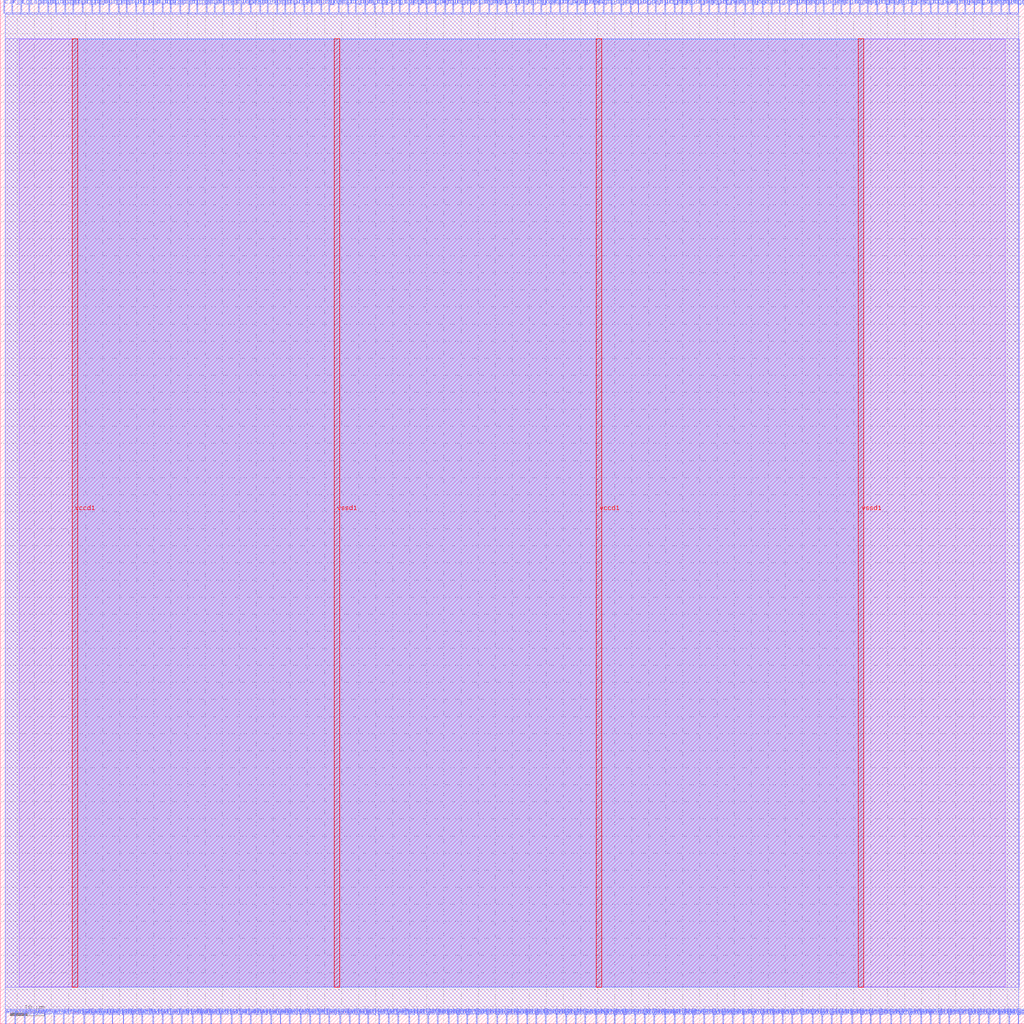
<source format=lef>
VERSION 5.7 ;
  NOWIREEXTENSIONATPIN ON ;
  DIVIDERCHAR "/" ;
  BUSBITCHARS "[]" ;
MACRO gpio
  CLASS BLOCK ;
  FOREIGN gpio ;
  ORIGIN 0.000 0.000 ;
  SIZE 300.000 BY 300.000 ;
  PIN clk_i
    DIRECTION INPUT ;
    USE SIGNAL ;
    PORT
      LAYER met2 ;
        RECT 1.010 296.000 1.290 300.000 ;
    END
  END clk_i
  PIN io_in[0]
    DIRECTION INPUT ;
    USE SIGNAL ;
    PORT
      LAYER met2 ;
        RECT 6.070 296.000 6.350 300.000 ;
    END
  END io_in[0]
  PIN io_in[10]
    DIRECTION INPUT ;
    USE SIGNAL ;
    PORT
      LAYER met2 ;
        RECT 83.350 296.000 83.630 300.000 ;
    END
  END io_in[10]
  PIN io_in[11]
    DIRECTION INPUT ;
    USE SIGNAL ;
    PORT
      LAYER met2 ;
        RECT 91.170 296.000 91.450 300.000 ;
    END
  END io_in[11]
  PIN io_in[12]
    DIRECTION INPUT ;
    USE SIGNAL ;
    PORT
      LAYER met2 ;
        RECT 98.990 296.000 99.270 300.000 ;
    END
  END io_in[12]
  PIN io_in[13]
    DIRECTION INPUT ;
    USE SIGNAL ;
    PORT
      LAYER met2 ;
        RECT 106.810 296.000 107.090 300.000 ;
    END
  END io_in[13]
  PIN io_in[14]
    DIRECTION INPUT ;
    USE SIGNAL ;
    PORT
      LAYER met2 ;
        RECT 114.630 296.000 114.910 300.000 ;
    END
  END io_in[14]
  PIN io_in[15]
    DIRECTION INPUT ;
    USE SIGNAL ;
    PORT
      LAYER met2 ;
        RECT 122.450 296.000 122.730 300.000 ;
    END
  END io_in[15]
  PIN io_in[16]
    DIRECTION INPUT ;
    USE SIGNAL ;
    PORT
      LAYER met2 ;
        RECT 130.270 296.000 130.550 300.000 ;
    END
  END io_in[16]
  PIN io_in[17]
    DIRECTION INPUT ;
    USE SIGNAL ;
    PORT
      LAYER met2 ;
        RECT 137.630 296.000 137.910 300.000 ;
    END
  END io_in[17]
  PIN io_in[18]
    DIRECTION INPUT ;
    USE SIGNAL ;
    PORT
      LAYER met2 ;
        RECT 145.450 296.000 145.730 300.000 ;
    END
  END io_in[18]
  PIN io_in[19]
    DIRECTION INPUT ;
    USE SIGNAL ;
    PORT
      LAYER met2 ;
        RECT 153.270 296.000 153.550 300.000 ;
    END
  END io_in[19]
  PIN io_in[1]
    DIRECTION INPUT ;
    USE SIGNAL ;
    PORT
      LAYER met2 ;
        RECT 13.890 296.000 14.170 300.000 ;
    END
  END io_in[1]
  PIN io_in[20]
    DIRECTION INPUT ;
    USE SIGNAL ;
    PORT
      LAYER met2 ;
        RECT 161.090 296.000 161.370 300.000 ;
    END
  END io_in[20]
  PIN io_in[21]
    DIRECTION INPUT ;
    USE SIGNAL ;
    PORT
      LAYER met2 ;
        RECT 168.910 296.000 169.190 300.000 ;
    END
  END io_in[21]
  PIN io_in[22]
    DIRECTION INPUT ;
    USE SIGNAL ;
    PORT
      LAYER met2 ;
        RECT 176.730 296.000 177.010 300.000 ;
    END
  END io_in[22]
  PIN io_in[23]
    DIRECTION INPUT ;
    USE SIGNAL ;
    PORT
      LAYER met2 ;
        RECT 184.550 296.000 184.830 300.000 ;
    END
  END io_in[23]
  PIN io_in[24]
    DIRECTION INPUT ;
    USE SIGNAL ;
    PORT
      LAYER met2 ;
        RECT 191.910 296.000 192.190 300.000 ;
    END
  END io_in[24]
  PIN io_in[25]
    DIRECTION INPUT ;
    USE SIGNAL ;
    PORT
      LAYER met2 ;
        RECT 199.730 296.000 200.010 300.000 ;
    END
  END io_in[25]
  PIN io_in[26]
    DIRECTION INPUT ;
    USE SIGNAL ;
    PORT
      LAYER met2 ;
        RECT 207.550 296.000 207.830 300.000 ;
    END
  END io_in[26]
  PIN io_in[27]
    DIRECTION INPUT ;
    USE SIGNAL ;
    PORT
      LAYER met2 ;
        RECT 215.370 296.000 215.650 300.000 ;
    END
  END io_in[27]
  PIN io_in[28]
    DIRECTION INPUT ;
    USE SIGNAL ;
    PORT
      LAYER met2 ;
        RECT 223.190 296.000 223.470 300.000 ;
    END
  END io_in[28]
  PIN io_in[29]
    DIRECTION INPUT ;
    USE SIGNAL ;
    PORT
      LAYER met2 ;
        RECT 231.010 296.000 231.290 300.000 ;
    END
  END io_in[29]
  PIN io_in[2]
    DIRECTION INPUT ;
    USE SIGNAL ;
    PORT
      LAYER met2 ;
        RECT 21.250 296.000 21.530 300.000 ;
    END
  END io_in[2]
  PIN io_in[30]
    DIRECTION INPUT ;
    USE SIGNAL ;
    PORT
      LAYER met2 ;
        RECT 238.830 296.000 239.110 300.000 ;
    END
  END io_in[30]
  PIN io_in[31]
    DIRECTION INPUT ;
    USE SIGNAL ;
    PORT
      LAYER met2 ;
        RECT 246.190 296.000 246.470 300.000 ;
    END
  END io_in[31]
  PIN io_in[32]
    DIRECTION INPUT ;
    USE SIGNAL ;
    PORT
      LAYER met2 ;
        RECT 254.010 296.000 254.290 300.000 ;
    END
  END io_in[32]
  PIN io_in[33]
    DIRECTION INPUT ;
    USE SIGNAL ;
    PORT
      LAYER met2 ;
        RECT 261.830 296.000 262.110 300.000 ;
    END
  END io_in[33]
  PIN io_in[34]
    DIRECTION INPUT ;
    USE SIGNAL ;
    PORT
      LAYER met2 ;
        RECT 269.650 296.000 269.930 300.000 ;
    END
  END io_in[34]
  PIN io_in[35]
    DIRECTION INPUT ;
    USE SIGNAL ;
    PORT
      LAYER met2 ;
        RECT 277.470 296.000 277.750 300.000 ;
    END
  END io_in[35]
  PIN io_in[36]
    DIRECTION INPUT ;
    USE SIGNAL ;
    PORT
      LAYER met2 ;
        RECT 285.290 296.000 285.570 300.000 ;
    END
  END io_in[36]
  PIN io_in[37]
    DIRECTION INPUT ;
    USE SIGNAL ;
    PORT
      LAYER met2 ;
        RECT 293.110 296.000 293.390 300.000 ;
    END
  END io_in[37]
  PIN io_in[3]
    DIRECTION INPUT ;
    USE SIGNAL ;
    PORT
      LAYER met2 ;
        RECT 29.070 296.000 29.350 300.000 ;
    END
  END io_in[3]
  PIN io_in[4]
    DIRECTION INPUT ;
    USE SIGNAL ;
    PORT
      LAYER met2 ;
        RECT 36.890 296.000 37.170 300.000 ;
    END
  END io_in[4]
  PIN io_in[5]
    DIRECTION INPUT ;
    USE SIGNAL ;
    PORT
      LAYER met2 ;
        RECT 44.710 296.000 44.990 300.000 ;
    END
  END io_in[5]
  PIN io_in[6]
    DIRECTION INPUT ;
    USE SIGNAL ;
    PORT
      LAYER met2 ;
        RECT 52.530 296.000 52.810 300.000 ;
    END
  END io_in[6]
  PIN io_in[7]
    DIRECTION INPUT ;
    USE SIGNAL ;
    PORT
      LAYER met2 ;
        RECT 60.350 296.000 60.630 300.000 ;
    END
  END io_in[7]
  PIN io_in[8]
    DIRECTION INPUT ;
    USE SIGNAL ;
    PORT
      LAYER met2 ;
        RECT 68.170 296.000 68.450 300.000 ;
    END
  END io_in[8]
  PIN io_in[9]
    DIRECTION INPUT ;
    USE SIGNAL ;
    PORT
      LAYER met2 ;
        RECT 75.990 296.000 76.270 300.000 ;
    END
  END io_in[9]
  PIN io_oeb[0]
    DIRECTION OUTPUT TRISTATE ;
    USE SIGNAL ;
    PORT
      LAYER met2 ;
        RECT 8.370 296.000 8.650 300.000 ;
    END
  END io_oeb[0]
  PIN io_oeb[10]
    DIRECTION OUTPUT TRISTATE ;
    USE SIGNAL ;
    PORT
      LAYER met2 ;
        RECT 86.110 296.000 86.390 300.000 ;
    END
  END io_oeb[10]
  PIN io_oeb[11]
    DIRECTION OUTPUT TRISTATE ;
    USE SIGNAL ;
    PORT
      LAYER met2 ;
        RECT 93.930 296.000 94.210 300.000 ;
    END
  END io_oeb[11]
  PIN io_oeb[12]
    DIRECTION OUTPUT TRISTATE ;
    USE SIGNAL ;
    PORT
      LAYER met2 ;
        RECT 101.750 296.000 102.030 300.000 ;
    END
  END io_oeb[12]
  PIN io_oeb[13]
    DIRECTION OUTPUT TRISTATE ;
    USE SIGNAL ;
    PORT
      LAYER met2 ;
        RECT 109.570 296.000 109.850 300.000 ;
    END
  END io_oeb[13]
  PIN io_oeb[14]
    DIRECTION OUTPUT TRISTATE ;
    USE SIGNAL ;
    PORT
      LAYER met2 ;
        RECT 116.930 296.000 117.210 300.000 ;
    END
  END io_oeb[14]
  PIN io_oeb[15]
    DIRECTION OUTPUT TRISTATE ;
    USE SIGNAL ;
    PORT
      LAYER met2 ;
        RECT 124.750 296.000 125.030 300.000 ;
    END
  END io_oeb[15]
  PIN io_oeb[16]
    DIRECTION OUTPUT TRISTATE ;
    USE SIGNAL ;
    PORT
      LAYER met2 ;
        RECT 132.570 296.000 132.850 300.000 ;
    END
  END io_oeb[16]
  PIN io_oeb[17]
    DIRECTION OUTPUT TRISTATE ;
    USE SIGNAL ;
    PORT
      LAYER met2 ;
        RECT 140.390 296.000 140.670 300.000 ;
    END
  END io_oeb[17]
  PIN io_oeb[18]
    DIRECTION OUTPUT TRISTATE ;
    USE SIGNAL ;
    PORT
      LAYER met2 ;
        RECT 148.210 296.000 148.490 300.000 ;
    END
  END io_oeb[18]
  PIN io_oeb[19]
    DIRECTION OUTPUT TRISTATE ;
    USE SIGNAL ;
    PORT
      LAYER met2 ;
        RECT 156.030 296.000 156.310 300.000 ;
    END
  END io_oeb[19]
  PIN io_oeb[1]
    DIRECTION OUTPUT TRISTATE ;
    USE SIGNAL ;
    PORT
      LAYER met2 ;
        RECT 16.190 296.000 16.470 300.000 ;
    END
  END io_oeb[1]
  PIN io_oeb[20]
    DIRECTION OUTPUT TRISTATE ;
    USE SIGNAL ;
    PORT
      LAYER met2 ;
        RECT 163.850 296.000 164.130 300.000 ;
    END
  END io_oeb[20]
  PIN io_oeb[21]
    DIRECTION OUTPUT TRISTATE ;
    USE SIGNAL ;
    PORT
      LAYER met2 ;
        RECT 171.210 296.000 171.490 300.000 ;
    END
  END io_oeb[21]
  PIN io_oeb[22]
    DIRECTION OUTPUT TRISTATE ;
    USE SIGNAL ;
    PORT
      LAYER met2 ;
        RECT 179.030 296.000 179.310 300.000 ;
    END
  END io_oeb[22]
  PIN io_oeb[23]
    DIRECTION OUTPUT TRISTATE ;
    USE SIGNAL ;
    PORT
      LAYER met2 ;
        RECT 186.850 296.000 187.130 300.000 ;
    END
  END io_oeb[23]
  PIN io_oeb[24]
    DIRECTION OUTPUT TRISTATE ;
    USE SIGNAL ;
    PORT
      LAYER met2 ;
        RECT 194.670 296.000 194.950 300.000 ;
    END
  END io_oeb[24]
  PIN io_oeb[25]
    DIRECTION OUTPUT TRISTATE ;
    USE SIGNAL ;
    PORT
      LAYER met2 ;
        RECT 202.490 296.000 202.770 300.000 ;
    END
  END io_oeb[25]
  PIN io_oeb[26]
    DIRECTION OUTPUT TRISTATE ;
    USE SIGNAL ;
    PORT
      LAYER met2 ;
        RECT 210.310 296.000 210.590 300.000 ;
    END
  END io_oeb[26]
  PIN io_oeb[27]
    DIRECTION OUTPUT TRISTATE ;
    USE SIGNAL ;
    PORT
      LAYER met2 ;
        RECT 218.130 296.000 218.410 300.000 ;
    END
  END io_oeb[27]
  PIN io_oeb[28]
    DIRECTION OUTPUT TRISTATE ;
    USE SIGNAL ;
    PORT
      LAYER met2 ;
        RECT 225.950 296.000 226.230 300.000 ;
    END
  END io_oeb[28]
  PIN io_oeb[29]
    DIRECTION OUTPUT TRISTATE ;
    USE SIGNAL ;
    PORT
      LAYER met2 ;
        RECT 233.310 296.000 233.590 300.000 ;
    END
  END io_oeb[29]
  PIN io_oeb[2]
    DIRECTION OUTPUT TRISTATE ;
    USE SIGNAL ;
    PORT
      LAYER met2 ;
        RECT 24.010 296.000 24.290 300.000 ;
    END
  END io_oeb[2]
  PIN io_oeb[30]
    DIRECTION OUTPUT TRISTATE ;
    USE SIGNAL ;
    PORT
      LAYER met2 ;
        RECT 241.130 296.000 241.410 300.000 ;
    END
  END io_oeb[30]
  PIN io_oeb[31]
    DIRECTION OUTPUT TRISTATE ;
    USE SIGNAL ;
    PORT
      LAYER met2 ;
        RECT 248.950 296.000 249.230 300.000 ;
    END
  END io_oeb[31]
  PIN io_oeb[32]
    DIRECTION OUTPUT TRISTATE ;
    USE SIGNAL ;
    PORT
      LAYER met2 ;
        RECT 256.770 296.000 257.050 300.000 ;
    END
  END io_oeb[32]
  PIN io_oeb[33]
    DIRECTION OUTPUT TRISTATE ;
    USE SIGNAL ;
    PORT
      LAYER met2 ;
        RECT 264.590 296.000 264.870 300.000 ;
    END
  END io_oeb[33]
  PIN io_oeb[34]
    DIRECTION OUTPUT TRISTATE ;
    USE SIGNAL ;
    PORT
      LAYER met2 ;
        RECT 272.410 296.000 272.690 300.000 ;
    END
  END io_oeb[34]
  PIN io_oeb[35]
    DIRECTION OUTPUT TRISTATE ;
    USE SIGNAL ;
    PORT
      LAYER met2 ;
        RECT 280.230 296.000 280.510 300.000 ;
    END
  END io_oeb[35]
  PIN io_oeb[36]
    DIRECTION OUTPUT TRISTATE ;
    USE SIGNAL ;
    PORT
      LAYER met2 ;
        RECT 287.590 296.000 287.870 300.000 ;
    END
  END io_oeb[36]
  PIN io_oeb[37]
    DIRECTION OUTPUT TRISTATE ;
    USE SIGNAL ;
    PORT
      LAYER met2 ;
        RECT 295.410 296.000 295.690 300.000 ;
    END
  END io_oeb[37]
  PIN io_oeb[3]
    DIRECTION OUTPUT TRISTATE ;
    USE SIGNAL ;
    PORT
      LAYER met2 ;
        RECT 31.830 296.000 32.110 300.000 ;
    END
  END io_oeb[3]
  PIN io_oeb[4]
    DIRECTION OUTPUT TRISTATE ;
    USE SIGNAL ;
    PORT
      LAYER met2 ;
        RECT 39.650 296.000 39.930 300.000 ;
    END
  END io_oeb[4]
  PIN io_oeb[5]
    DIRECTION OUTPUT TRISTATE ;
    USE SIGNAL ;
    PORT
      LAYER met2 ;
        RECT 47.470 296.000 47.750 300.000 ;
    END
  END io_oeb[5]
  PIN io_oeb[6]
    DIRECTION OUTPUT TRISTATE ;
    USE SIGNAL ;
    PORT
      LAYER met2 ;
        RECT 55.290 296.000 55.570 300.000 ;
    END
  END io_oeb[6]
  PIN io_oeb[7]
    DIRECTION OUTPUT TRISTATE ;
    USE SIGNAL ;
    PORT
      LAYER met2 ;
        RECT 62.650 296.000 62.930 300.000 ;
    END
  END io_oeb[7]
  PIN io_oeb[8]
    DIRECTION OUTPUT TRISTATE ;
    USE SIGNAL ;
    PORT
      LAYER met2 ;
        RECT 70.470 296.000 70.750 300.000 ;
    END
  END io_oeb[8]
  PIN io_oeb[9]
    DIRECTION OUTPUT TRISTATE ;
    USE SIGNAL ;
    PORT
      LAYER met2 ;
        RECT 78.290 296.000 78.570 300.000 ;
    END
  END io_oeb[9]
  PIN io_out[0]
    DIRECTION OUTPUT TRISTATE ;
    USE SIGNAL ;
    PORT
      LAYER met2 ;
        RECT 11.130 296.000 11.410 300.000 ;
    END
  END io_out[0]
  PIN io_out[10]
    DIRECTION OUTPUT TRISTATE ;
    USE SIGNAL ;
    PORT
      LAYER met2 ;
        RECT 88.870 296.000 89.150 300.000 ;
    END
  END io_out[10]
  PIN io_out[11]
    DIRECTION OUTPUT TRISTATE ;
    USE SIGNAL ;
    PORT
      LAYER met2 ;
        RECT 96.230 296.000 96.510 300.000 ;
    END
  END io_out[11]
  PIN io_out[12]
    DIRECTION OUTPUT TRISTATE ;
    USE SIGNAL ;
    PORT
      LAYER met2 ;
        RECT 104.050 296.000 104.330 300.000 ;
    END
  END io_out[12]
  PIN io_out[13]
    DIRECTION OUTPUT TRISTATE ;
    USE SIGNAL ;
    PORT
      LAYER met2 ;
        RECT 111.870 296.000 112.150 300.000 ;
    END
  END io_out[13]
  PIN io_out[14]
    DIRECTION OUTPUT TRISTATE ;
    USE SIGNAL ;
    PORT
      LAYER met2 ;
        RECT 119.690 296.000 119.970 300.000 ;
    END
  END io_out[14]
  PIN io_out[15]
    DIRECTION OUTPUT TRISTATE ;
    USE SIGNAL ;
    PORT
      LAYER met2 ;
        RECT 127.510 296.000 127.790 300.000 ;
    END
  END io_out[15]
  PIN io_out[16]
    DIRECTION OUTPUT TRISTATE ;
    USE SIGNAL ;
    PORT
      LAYER met2 ;
        RECT 135.330 296.000 135.610 300.000 ;
    END
  END io_out[16]
  PIN io_out[17]
    DIRECTION OUTPUT TRISTATE ;
    USE SIGNAL ;
    PORT
      LAYER met2 ;
        RECT 143.150 296.000 143.430 300.000 ;
    END
  END io_out[17]
  PIN io_out[18]
    DIRECTION OUTPUT TRISTATE ;
    USE SIGNAL ;
    PORT
      LAYER met2 ;
        RECT 150.970 296.000 151.250 300.000 ;
    END
  END io_out[18]
  PIN io_out[19]
    DIRECTION OUTPUT TRISTATE ;
    USE SIGNAL ;
    PORT
      LAYER met2 ;
        RECT 158.330 296.000 158.610 300.000 ;
    END
  END io_out[19]
  PIN io_out[1]
    DIRECTION OUTPUT TRISTATE ;
    USE SIGNAL ;
    PORT
      LAYER met2 ;
        RECT 18.950 296.000 19.230 300.000 ;
    END
  END io_out[1]
  PIN io_out[20]
    DIRECTION OUTPUT TRISTATE ;
    USE SIGNAL ;
    PORT
      LAYER met2 ;
        RECT 166.150 296.000 166.430 300.000 ;
    END
  END io_out[20]
  PIN io_out[21]
    DIRECTION OUTPUT TRISTATE ;
    USE SIGNAL ;
    PORT
      LAYER met2 ;
        RECT 173.970 296.000 174.250 300.000 ;
    END
  END io_out[21]
  PIN io_out[22]
    DIRECTION OUTPUT TRISTATE ;
    USE SIGNAL ;
    PORT
      LAYER met2 ;
        RECT 181.790 296.000 182.070 300.000 ;
    END
  END io_out[22]
  PIN io_out[23]
    DIRECTION OUTPUT TRISTATE ;
    USE SIGNAL ;
    PORT
      LAYER met2 ;
        RECT 189.610 296.000 189.890 300.000 ;
    END
  END io_out[23]
  PIN io_out[24]
    DIRECTION OUTPUT TRISTATE ;
    USE SIGNAL ;
    PORT
      LAYER met2 ;
        RECT 197.430 296.000 197.710 300.000 ;
    END
  END io_out[24]
  PIN io_out[25]
    DIRECTION OUTPUT TRISTATE ;
    USE SIGNAL ;
    PORT
      LAYER met2 ;
        RECT 205.250 296.000 205.530 300.000 ;
    END
  END io_out[25]
  PIN io_out[26]
    DIRECTION OUTPUT TRISTATE ;
    USE SIGNAL ;
    PORT
      LAYER met2 ;
        RECT 212.610 296.000 212.890 300.000 ;
    END
  END io_out[26]
  PIN io_out[27]
    DIRECTION OUTPUT TRISTATE ;
    USE SIGNAL ;
    PORT
      LAYER met2 ;
        RECT 220.430 296.000 220.710 300.000 ;
    END
  END io_out[27]
  PIN io_out[28]
    DIRECTION OUTPUT TRISTATE ;
    USE SIGNAL ;
    PORT
      LAYER met2 ;
        RECT 228.250 296.000 228.530 300.000 ;
    END
  END io_out[28]
  PIN io_out[29]
    DIRECTION OUTPUT TRISTATE ;
    USE SIGNAL ;
    PORT
      LAYER met2 ;
        RECT 236.070 296.000 236.350 300.000 ;
    END
  END io_out[29]
  PIN io_out[2]
    DIRECTION OUTPUT TRISTATE ;
    USE SIGNAL ;
    PORT
      LAYER met2 ;
        RECT 26.770 296.000 27.050 300.000 ;
    END
  END io_out[2]
  PIN io_out[30]
    DIRECTION OUTPUT TRISTATE ;
    USE SIGNAL ;
    PORT
      LAYER met2 ;
        RECT 243.890 296.000 244.170 300.000 ;
    END
  END io_out[30]
  PIN io_out[31]
    DIRECTION OUTPUT TRISTATE ;
    USE SIGNAL ;
    PORT
      LAYER met2 ;
        RECT 251.710 296.000 251.990 300.000 ;
    END
  END io_out[31]
  PIN io_out[32]
    DIRECTION OUTPUT TRISTATE ;
    USE SIGNAL ;
    PORT
      LAYER met2 ;
        RECT 259.530 296.000 259.810 300.000 ;
    END
  END io_out[32]
  PIN io_out[33]
    DIRECTION OUTPUT TRISTATE ;
    USE SIGNAL ;
    PORT
      LAYER met2 ;
        RECT 266.890 296.000 267.170 300.000 ;
    END
  END io_out[33]
  PIN io_out[34]
    DIRECTION OUTPUT TRISTATE ;
    USE SIGNAL ;
    PORT
      LAYER met2 ;
        RECT 274.710 296.000 274.990 300.000 ;
    END
  END io_out[34]
  PIN io_out[35]
    DIRECTION OUTPUT TRISTATE ;
    USE SIGNAL ;
    PORT
      LAYER met2 ;
        RECT 282.530 296.000 282.810 300.000 ;
    END
  END io_out[35]
  PIN io_out[36]
    DIRECTION OUTPUT TRISTATE ;
    USE SIGNAL ;
    PORT
      LAYER met2 ;
        RECT 290.350 296.000 290.630 300.000 ;
    END
  END io_out[36]
  PIN io_out[37]
    DIRECTION OUTPUT TRISTATE ;
    USE SIGNAL ;
    PORT
      LAYER met2 ;
        RECT 298.170 296.000 298.450 300.000 ;
    END
  END io_out[37]
  PIN io_out[3]
    DIRECTION OUTPUT TRISTATE ;
    USE SIGNAL ;
    PORT
      LAYER met2 ;
        RECT 34.590 296.000 34.870 300.000 ;
    END
  END io_out[3]
  PIN io_out[4]
    DIRECTION OUTPUT TRISTATE ;
    USE SIGNAL ;
    PORT
      LAYER met2 ;
        RECT 41.950 296.000 42.230 300.000 ;
    END
  END io_out[4]
  PIN io_out[5]
    DIRECTION OUTPUT TRISTATE ;
    USE SIGNAL ;
    PORT
      LAYER met2 ;
        RECT 49.770 296.000 50.050 300.000 ;
    END
  END io_out[5]
  PIN io_out[6]
    DIRECTION OUTPUT TRISTATE ;
    USE SIGNAL ;
    PORT
      LAYER met2 ;
        RECT 57.590 296.000 57.870 300.000 ;
    END
  END io_out[6]
  PIN io_out[7]
    DIRECTION OUTPUT TRISTATE ;
    USE SIGNAL ;
    PORT
      LAYER met2 ;
        RECT 65.410 296.000 65.690 300.000 ;
    END
  END io_out[7]
  PIN io_out[8]
    DIRECTION OUTPUT TRISTATE ;
    USE SIGNAL ;
    PORT
      LAYER met2 ;
        RECT 73.230 296.000 73.510 300.000 ;
    END
  END io_out[8]
  PIN io_out[9]
    DIRECTION OUTPUT TRISTATE ;
    USE SIGNAL ;
    PORT
      LAYER met2 ;
        RECT 81.050 296.000 81.330 300.000 ;
    END
  END io_out[9]
  PIN rst_i
    DIRECTION INPUT ;
    USE SIGNAL ;
    PORT
      LAYER met2 ;
        RECT 3.310 296.000 3.590 300.000 ;
    END
  END rst_i
  PIN vccd1
    DIRECTION INOUT ;
    USE POWER ;
    PORT
      LAYER met4 ;
        RECT 21.040 10.640 22.640 288.560 ;
    END
    PORT
      LAYER met4 ;
        RECT 174.640 10.640 176.240 288.560 ;
    END
  END vccd1
  PIN vssd1
    DIRECTION INOUT ;
    USE GROUND ;
    PORT
      LAYER met4 ;
        RECT 97.840 10.640 99.440 288.560 ;
    END
    PORT
      LAYER met4 ;
        RECT 251.440 10.640 253.040 288.560 ;
    END
  END vssd1
  PIN wbs_ack_o
    DIRECTION OUTPUT TRISTATE ;
    USE SIGNAL ;
    PORT
      LAYER met2 ;
        RECT 1.470 0.000 1.750 4.000 ;
    END
  END wbs_ack_o
  PIN wbs_adr_i[0]
    DIRECTION INPUT ;
    USE SIGNAL ;
    PORT
      LAYER met2 ;
        RECT 12.970 0.000 13.250 4.000 ;
    END
  END wbs_adr_i[0]
  PIN wbs_adr_i[10]
    DIRECTION INPUT ;
    USE SIGNAL ;
    PORT
      LAYER met2 ;
        RECT 110.950 0.000 111.230 4.000 ;
    END
  END wbs_adr_i[10]
  PIN wbs_adr_i[11]
    DIRECTION INPUT ;
    USE SIGNAL ;
    PORT
      LAYER met2 ;
        RECT 119.690 0.000 119.970 4.000 ;
    END
  END wbs_adr_i[11]
  PIN wbs_adr_i[12]
    DIRECTION INPUT ;
    USE SIGNAL ;
    PORT
      LAYER met2 ;
        RECT 127.970 0.000 128.250 4.000 ;
    END
  END wbs_adr_i[12]
  PIN wbs_adr_i[13]
    DIRECTION INPUT ;
    USE SIGNAL ;
    PORT
      LAYER met2 ;
        RECT 136.710 0.000 136.990 4.000 ;
    END
  END wbs_adr_i[13]
  PIN wbs_adr_i[14]
    DIRECTION INPUT ;
    USE SIGNAL ;
    PORT
      LAYER met2 ;
        RECT 145.450 0.000 145.730 4.000 ;
    END
  END wbs_adr_i[14]
  PIN wbs_adr_i[15]
    DIRECTION INPUT ;
    USE SIGNAL ;
    PORT
      LAYER met2 ;
        RECT 154.190 0.000 154.470 4.000 ;
    END
  END wbs_adr_i[15]
  PIN wbs_adr_i[16]
    DIRECTION INPUT ;
    USE SIGNAL ;
    PORT
      LAYER met2 ;
        RECT 162.930 0.000 163.210 4.000 ;
    END
  END wbs_adr_i[16]
  PIN wbs_adr_i[17]
    DIRECTION INPUT ;
    USE SIGNAL ;
    PORT
      LAYER met2 ;
        RECT 171.210 0.000 171.490 4.000 ;
    END
  END wbs_adr_i[17]
  PIN wbs_adr_i[18]
    DIRECTION INPUT ;
    USE SIGNAL ;
    PORT
      LAYER met2 ;
        RECT 179.950 0.000 180.230 4.000 ;
    END
  END wbs_adr_i[18]
  PIN wbs_adr_i[19]
    DIRECTION INPUT ;
    USE SIGNAL ;
    PORT
      LAYER met2 ;
        RECT 188.690 0.000 188.970 4.000 ;
    END
  END wbs_adr_i[19]
  PIN wbs_adr_i[1]
    DIRECTION INPUT ;
    USE SIGNAL ;
    PORT
      LAYER met2 ;
        RECT 24.470 0.000 24.750 4.000 ;
    END
  END wbs_adr_i[1]
  PIN wbs_adr_i[20]
    DIRECTION INPUT ;
    USE SIGNAL ;
    PORT
      LAYER met2 ;
        RECT 197.430 0.000 197.710 4.000 ;
    END
  END wbs_adr_i[20]
  PIN wbs_adr_i[21]
    DIRECTION INPUT ;
    USE SIGNAL ;
    PORT
      LAYER met2 ;
        RECT 206.170 0.000 206.450 4.000 ;
    END
  END wbs_adr_i[21]
  PIN wbs_adr_i[22]
    DIRECTION INPUT ;
    USE SIGNAL ;
    PORT
      LAYER met2 ;
        RECT 214.450 0.000 214.730 4.000 ;
    END
  END wbs_adr_i[22]
  PIN wbs_adr_i[23]
    DIRECTION INPUT ;
    USE SIGNAL ;
    PORT
      LAYER met2 ;
        RECT 223.190 0.000 223.470 4.000 ;
    END
  END wbs_adr_i[23]
  PIN wbs_adr_i[24]
    DIRECTION INPUT ;
    USE SIGNAL ;
    PORT
      LAYER met2 ;
        RECT 231.930 0.000 232.210 4.000 ;
    END
  END wbs_adr_i[24]
  PIN wbs_adr_i[25]
    DIRECTION INPUT ;
    USE SIGNAL ;
    PORT
      LAYER met2 ;
        RECT 240.670 0.000 240.950 4.000 ;
    END
  END wbs_adr_i[25]
  PIN wbs_adr_i[26]
    DIRECTION INPUT ;
    USE SIGNAL ;
    PORT
      LAYER met2 ;
        RECT 249.410 0.000 249.690 4.000 ;
    END
  END wbs_adr_i[26]
  PIN wbs_adr_i[27]
    DIRECTION INPUT ;
    USE SIGNAL ;
    PORT
      LAYER met2 ;
        RECT 257.690 0.000 257.970 4.000 ;
    END
  END wbs_adr_i[27]
  PIN wbs_adr_i[28]
    DIRECTION INPUT ;
    USE SIGNAL ;
    PORT
      LAYER met2 ;
        RECT 266.430 0.000 266.710 4.000 ;
    END
  END wbs_adr_i[28]
  PIN wbs_adr_i[29]
    DIRECTION INPUT ;
    USE SIGNAL ;
    PORT
      LAYER met2 ;
        RECT 275.170 0.000 275.450 4.000 ;
    END
  END wbs_adr_i[29]
  PIN wbs_adr_i[2]
    DIRECTION INPUT ;
    USE SIGNAL ;
    PORT
      LAYER met2 ;
        RECT 35.970 0.000 36.250 4.000 ;
    END
  END wbs_adr_i[2]
  PIN wbs_adr_i[30]
    DIRECTION INPUT ;
    USE SIGNAL ;
    PORT
      LAYER met2 ;
        RECT 283.910 0.000 284.190 4.000 ;
    END
  END wbs_adr_i[30]
  PIN wbs_adr_i[31]
    DIRECTION INPUT ;
    USE SIGNAL ;
    PORT
      LAYER met2 ;
        RECT 292.650 0.000 292.930 4.000 ;
    END
  END wbs_adr_i[31]
  PIN wbs_adr_i[3]
    DIRECTION INPUT ;
    USE SIGNAL ;
    PORT
      LAYER met2 ;
        RECT 47.470 0.000 47.750 4.000 ;
    END
  END wbs_adr_i[3]
  PIN wbs_adr_i[4]
    DIRECTION INPUT ;
    USE SIGNAL ;
    PORT
      LAYER met2 ;
        RECT 58.970 0.000 59.250 4.000 ;
    END
  END wbs_adr_i[4]
  PIN wbs_adr_i[5]
    DIRECTION INPUT ;
    USE SIGNAL ;
    PORT
      LAYER met2 ;
        RECT 67.710 0.000 67.990 4.000 ;
    END
  END wbs_adr_i[5]
  PIN wbs_adr_i[6]
    DIRECTION INPUT ;
    USE SIGNAL ;
    PORT
      LAYER met2 ;
        RECT 76.450 0.000 76.730 4.000 ;
    END
  END wbs_adr_i[6]
  PIN wbs_adr_i[7]
    DIRECTION INPUT ;
    USE SIGNAL ;
    PORT
      LAYER met2 ;
        RECT 84.730 0.000 85.010 4.000 ;
    END
  END wbs_adr_i[7]
  PIN wbs_adr_i[8]
    DIRECTION INPUT ;
    USE SIGNAL ;
    PORT
      LAYER met2 ;
        RECT 93.470 0.000 93.750 4.000 ;
    END
  END wbs_adr_i[8]
  PIN wbs_adr_i[9]
    DIRECTION INPUT ;
    USE SIGNAL ;
    PORT
      LAYER met2 ;
        RECT 102.210 0.000 102.490 4.000 ;
    END
  END wbs_adr_i[9]
  PIN wbs_cyc_i
    DIRECTION INPUT ;
    USE SIGNAL ;
    PORT
      LAYER met2 ;
        RECT 4.230 0.000 4.510 4.000 ;
    END
  END wbs_cyc_i
  PIN wbs_dat_i[0]
    DIRECTION INPUT ;
    USE SIGNAL ;
    PORT
      LAYER met2 ;
        RECT 15.730 0.000 16.010 4.000 ;
    END
  END wbs_dat_i[0]
  PIN wbs_dat_i[10]
    DIRECTION INPUT ;
    USE SIGNAL ;
    PORT
      LAYER met2 ;
        RECT 113.710 0.000 113.990 4.000 ;
    END
  END wbs_dat_i[10]
  PIN wbs_dat_i[11]
    DIRECTION INPUT ;
    USE SIGNAL ;
    PORT
      LAYER met2 ;
        RECT 122.450 0.000 122.730 4.000 ;
    END
  END wbs_dat_i[11]
  PIN wbs_dat_i[12]
    DIRECTION INPUT ;
    USE SIGNAL ;
    PORT
      LAYER met2 ;
        RECT 131.190 0.000 131.470 4.000 ;
    END
  END wbs_dat_i[12]
  PIN wbs_dat_i[13]
    DIRECTION INPUT ;
    USE SIGNAL ;
    PORT
      LAYER met2 ;
        RECT 139.470 0.000 139.750 4.000 ;
    END
  END wbs_dat_i[13]
  PIN wbs_dat_i[14]
    DIRECTION INPUT ;
    USE SIGNAL ;
    PORT
      LAYER met2 ;
        RECT 148.210 0.000 148.490 4.000 ;
    END
  END wbs_dat_i[14]
  PIN wbs_dat_i[15]
    DIRECTION INPUT ;
    USE SIGNAL ;
    PORT
      LAYER met2 ;
        RECT 156.950 0.000 157.230 4.000 ;
    END
  END wbs_dat_i[15]
  PIN wbs_dat_i[16]
    DIRECTION INPUT ;
    USE SIGNAL ;
    PORT
      LAYER met2 ;
        RECT 165.690 0.000 165.970 4.000 ;
    END
  END wbs_dat_i[16]
  PIN wbs_dat_i[17]
    DIRECTION INPUT ;
    USE SIGNAL ;
    PORT
      LAYER met2 ;
        RECT 174.430 0.000 174.710 4.000 ;
    END
  END wbs_dat_i[17]
  PIN wbs_dat_i[18]
    DIRECTION INPUT ;
    USE SIGNAL ;
    PORT
      LAYER met2 ;
        RECT 182.710 0.000 182.990 4.000 ;
    END
  END wbs_dat_i[18]
  PIN wbs_dat_i[19]
    DIRECTION INPUT ;
    USE SIGNAL ;
    PORT
      LAYER met2 ;
        RECT 191.450 0.000 191.730 4.000 ;
    END
  END wbs_dat_i[19]
  PIN wbs_dat_i[1]
    DIRECTION INPUT ;
    USE SIGNAL ;
    PORT
      LAYER met2 ;
        RECT 27.230 0.000 27.510 4.000 ;
    END
  END wbs_dat_i[1]
  PIN wbs_dat_i[20]
    DIRECTION INPUT ;
    USE SIGNAL ;
    PORT
      LAYER met2 ;
        RECT 200.190 0.000 200.470 4.000 ;
    END
  END wbs_dat_i[20]
  PIN wbs_dat_i[21]
    DIRECTION INPUT ;
    USE SIGNAL ;
    PORT
      LAYER met2 ;
        RECT 208.930 0.000 209.210 4.000 ;
    END
  END wbs_dat_i[21]
  PIN wbs_dat_i[22]
    DIRECTION INPUT ;
    USE SIGNAL ;
    PORT
      LAYER met2 ;
        RECT 217.670 0.000 217.950 4.000 ;
    END
  END wbs_dat_i[22]
  PIN wbs_dat_i[23]
    DIRECTION INPUT ;
    USE SIGNAL ;
    PORT
      LAYER met2 ;
        RECT 226.410 0.000 226.690 4.000 ;
    END
  END wbs_dat_i[23]
  PIN wbs_dat_i[24]
    DIRECTION INPUT ;
    USE SIGNAL ;
    PORT
      LAYER met2 ;
        RECT 234.690 0.000 234.970 4.000 ;
    END
  END wbs_dat_i[24]
  PIN wbs_dat_i[25]
    DIRECTION INPUT ;
    USE SIGNAL ;
    PORT
      LAYER met2 ;
        RECT 243.430 0.000 243.710 4.000 ;
    END
  END wbs_dat_i[25]
  PIN wbs_dat_i[26]
    DIRECTION INPUT ;
    USE SIGNAL ;
    PORT
      LAYER met2 ;
        RECT 252.170 0.000 252.450 4.000 ;
    END
  END wbs_dat_i[26]
  PIN wbs_dat_i[27]
    DIRECTION INPUT ;
    USE SIGNAL ;
    PORT
      LAYER met2 ;
        RECT 260.910 0.000 261.190 4.000 ;
    END
  END wbs_dat_i[27]
  PIN wbs_dat_i[28]
    DIRECTION INPUT ;
    USE SIGNAL ;
    PORT
      LAYER met2 ;
        RECT 269.650 0.000 269.930 4.000 ;
    END
  END wbs_dat_i[28]
  PIN wbs_dat_i[29]
    DIRECTION INPUT ;
    USE SIGNAL ;
    PORT
      LAYER met2 ;
        RECT 277.930 0.000 278.210 4.000 ;
    END
  END wbs_dat_i[29]
  PIN wbs_dat_i[2]
    DIRECTION INPUT ;
    USE SIGNAL ;
    PORT
      LAYER met2 ;
        RECT 38.730 0.000 39.010 4.000 ;
    END
  END wbs_dat_i[2]
  PIN wbs_dat_i[30]
    DIRECTION INPUT ;
    USE SIGNAL ;
    PORT
      LAYER met2 ;
        RECT 286.670 0.000 286.950 4.000 ;
    END
  END wbs_dat_i[30]
  PIN wbs_dat_i[31]
    DIRECTION INPUT ;
    USE SIGNAL ;
    PORT
      LAYER met2 ;
        RECT 295.410 0.000 295.690 4.000 ;
    END
  END wbs_dat_i[31]
  PIN wbs_dat_i[3]
    DIRECTION INPUT ;
    USE SIGNAL ;
    PORT
      LAYER met2 ;
        RECT 50.230 0.000 50.510 4.000 ;
    END
  END wbs_dat_i[3]
  PIN wbs_dat_i[4]
    DIRECTION INPUT ;
    USE SIGNAL ;
    PORT
      LAYER met2 ;
        RECT 61.730 0.000 62.010 4.000 ;
    END
  END wbs_dat_i[4]
  PIN wbs_dat_i[5]
    DIRECTION INPUT ;
    USE SIGNAL ;
    PORT
      LAYER met2 ;
        RECT 70.470 0.000 70.750 4.000 ;
    END
  END wbs_dat_i[5]
  PIN wbs_dat_i[6]
    DIRECTION INPUT ;
    USE SIGNAL ;
    PORT
      LAYER met2 ;
        RECT 79.210 0.000 79.490 4.000 ;
    END
  END wbs_dat_i[6]
  PIN wbs_dat_i[7]
    DIRECTION INPUT ;
    USE SIGNAL ;
    PORT
      LAYER met2 ;
        RECT 87.950 0.000 88.230 4.000 ;
    END
  END wbs_dat_i[7]
  PIN wbs_dat_i[8]
    DIRECTION INPUT ;
    USE SIGNAL ;
    PORT
      LAYER met2 ;
        RECT 96.230 0.000 96.510 4.000 ;
    END
  END wbs_dat_i[8]
  PIN wbs_dat_i[9]
    DIRECTION INPUT ;
    USE SIGNAL ;
    PORT
      LAYER met2 ;
        RECT 104.970 0.000 105.250 4.000 ;
    END
  END wbs_dat_i[9]
  PIN wbs_dat_o[0]
    DIRECTION OUTPUT TRISTATE ;
    USE SIGNAL ;
    PORT
      LAYER met2 ;
        RECT 18.490 0.000 18.770 4.000 ;
    END
  END wbs_dat_o[0]
  PIN wbs_dat_o[10]
    DIRECTION OUTPUT TRISTATE ;
    USE SIGNAL ;
    PORT
      LAYER met2 ;
        RECT 116.470 0.000 116.750 4.000 ;
    END
  END wbs_dat_o[10]
  PIN wbs_dat_o[11]
    DIRECTION OUTPUT TRISTATE ;
    USE SIGNAL ;
    PORT
      LAYER met2 ;
        RECT 125.210 0.000 125.490 4.000 ;
    END
  END wbs_dat_o[11]
  PIN wbs_dat_o[12]
    DIRECTION OUTPUT TRISTATE ;
    USE SIGNAL ;
    PORT
      LAYER met2 ;
        RECT 133.950 0.000 134.230 4.000 ;
    END
  END wbs_dat_o[12]
  PIN wbs_dat_o[13]
    DIRECTION OUTPUT TRISTATE ;
    USE SIGNAL ;
    PORT
      LAYER met2 ;
        RECT 142.690 0.000 142.970 4.000 ;
    END
  END wbs_dat_o[13]
  PIN wbs_dat_o[14]
    DIRECTION OUTPUT TRISTATE ;
    USE SIGNAL ;
    PORT
      LAYER met2 ;
        RECT 151.430 0.000 151.710 4.000 ;
    END
  END wbs_dat_o[14]
  PIN wbs_dat_o[15]
    DIRECTION OUTPUT TRISTATE ;
    USE SIGNAL ;
    PORT
      LAYER met2 ;
        RECT 159.710 0.000 159.990 4.000 ;
    END
  END wbs_dat_o[15]
  PIN wbs_dat_o[16]
    DIRECTION OUTPUT TRISTATE ;
    USE SIGNAL ;
    PORT
      LAYER met2 ;
        RECT 168.450 0.000 168.730 4.000 ;
    END
  END wbs_dat_o[16]
  PIN wbs_dat_o[17]
    DIRECTION OUTPUT TRISTATE ;
    USE SIGNAL ;
    PORT
      LAYER met2 ;
        RECT 177.190 0.000 177.470 4.000 ;
    END
  END wbs_dat_o[17]
  PIN wbs_dat_o[18]
    DIRECTION OUTPUT TRISTATE ;
    USE SIGNAL ;
    PORT
      LAYER met2 ;
        RECT 185.930 0.000 186.210 4.000 ;
    END
  END wbs_dat_o[18]
  PIN wbs_dat_o[19]
    DIRECTION OUTPUT TRISTATE ;
    USE SIGNAL ;
    PORT
      LAYER met2 ;
        RECT 194.670 0.000 194.950 4.000 ;
    END
  END wbs_dat_o[19]
  PIN wbs_dat_o[1]
    DIRECTION OUTPUT TRISTATE ;
    USE SIGNAL ;
    PORT
      LAYER met2 ;
        RECT 29.990 0.000 30.270 4.000 ;
    END
  END wbs_dat_o[1]
  PIN wbs_dat_o[20]
    DIRECTION OUTPUT TRISTATE ;
    USE SIGNAL ;
    PORT
      LAYER met2 ;
        RECT 202.950 0.000 203.230 4.000 ;
    END
  END wbs_dat_o[20]
  PIN wbs_dat_o[21]
    DIRECTION OUTPUT TRISTATE ;
    USE SIGNAL ;
    PORT
      LAYER met2 ;
        RECT 211.690 0.000 211.970 4.000 ;
    END
  END wbs_dat_o[21]
  PIN wbs_dat_o[22]
    DIRECTION OUTPUT TRISTATE ;
    USE SIGNAL ;
    PORT
      LAYER met2 ;
        RECT 220.430 0.000 220.710 4.000 ;
    END
  END wbs_dat_o[22]
  PIN wbs_dat_o[23]
    DIRECTION OUTPUT TRISTATE ;
    USE SIGNAL ;
    PORT
      LAYER met2 ;
        RECT 229.170 0.000 229.450 4.000 ;
    END
  END wbs_dat_o[23]
  PIN wbs_dat_o[24]
    DIRECTION OUTPUT TRISTATE ;
    USE SIGNAL ;
    PORT
      LAYER met2 ;
        RECT 237.910 0.000 238.190 4.000 ;
    END
  END wbs_dat_o[24]
  PIN wbs_dat_o[25]
    DIRECTION OUTPUT TRISTATE ;
    USE SIGNAL ;
    PORT
      LAYER met2 ;
        RECT 246.190 0.000 246.470 4.000 ;
    END
  END wbs_dat_o[25]
  PIN wbs_dat_o[26]
    DIRECTION OUTPUT TRISTATE ;
    USE SIGNAL ;
    PORT
      LAYER met2 ;
        RECT 254.930 0.000 255.210 4.000 ;
    END
  END wbs_dat_o[26]
  PIN wbs_dat_o[27]
    DIRECTION OUTPUT TRISTATE ;
    USE SIGNAL ;
    PORT
      LAYER met2 ;
        RECT 263.670 0.000 263.950 4.000 ;
    END
  END wbs_dat_o[27]
  PIN wbs_dat_o[28]
    DIRECTION OUTPUT TRISTATE ;
    USE SIGNAL ;
    PORT
      LAYER met2 ;
        RECT 272.410 0.000 272.690 4.000 ;
    END
  END wbs_dat_o[28]
  PIN wbs_dat_o[29]
    DIRECTION OUTPUT TRISTATE ;
    USE SIGNAL ;
    PORT
      LAYER met2 ;
        RECT 281.150 0.000 281.430 4.000 ;
    END
  END wbs_dat_o[29]
  PIN wbs_dat_o[2]
    DIRECTION OUTPUT TRISTATE ;
    USE SIGNAL ;
    PORT
      LAYER met2 ;
        RECT 41.490 0.000 41.770 4.000 ;
    END
  END wbs_dat_o[2]
  PIN wbs_dat_o[30]
    DIRECTION OUTPUT TRISTATE ;
    USE SIGNAL ;
    PORT
      LAYER met2 ;
        RECT 289.430 0.000 289.710 4.000 ;
    END
  END wbs_dat_o[30]
  PIN wbs_dat_o[31]
    DIRECTION OUTPUT TRISTATE ;
    USE SIGNAL ;
    PORT
      LAYER met2 ;
        RECT 298.170 0.000 298.450 4.000 ;
    END
  END wbs_dat_o[31]
  PIN wbs_dat_o[3]
    DIRECTION OUTPUT TRISTATE ;
    USE SIGNAL ;
    PORT
      LAYER met2 ;
        RECT 52.990 0.000 53.270 4.000 ;
    END
  END wbs_dat_o[3]
  PIN wbs_dat_o[4]
    DIRECTION OUTPUT TRISTATE ;
    USE SIGNAL ;
    PORT
      LAYER met2 ;
        RECT 64.490 0.000 64.770 4.000 ;
    END
  END wbs_dat_o[4]
  PIN wbs_dat_o[5]
    DIRECTION OUTPUT TRISTATE ;
    USE SIGNAL ;
    PORT
      LAYER met2 ;
        RECT 73.230 0.000 73.510 4.000 ;
    END
  END wbs_dat_o[5]
  PIN wbs_dat_o[6]
    DIRECTION OUTPUT TRISTATE ;
    USE SIGNAL ;
    PORT
      LAYER met2 ;
        RECT 81.970 0.000 82.250 4.000 ;
    END
  END wbs_dat_o[6]
  PIN wbs_dat_o[7]
    DIRECTION OUTPUT TRISTATE ;
    USE SIGNAL ;
    PORT
      LAYER met2 ;
        RECT 90.710 0.000 90.990 4.000 ;
    END
  END wbs_dat_o[7]
  PIN wbs_dat_o[8]
    DIRECTION OUTPUT TRISTATE ;
    USE SIGNAL ;
    PORT
      LAYER met2 ;
        RECT 99.450 0.000 99.730 4.000 ;
    END
  END wbs_dat_o[8]
  PIN wbs_dat_o[9]
    DIRECTION OUTPUT TRISTATE ;
    USE SIGNAL ;
    PORT
      LAYER met2 ;
        RECT 107.730 0.000 108.010 4.000 ;
    END
  END wbs_dat_o[9]
  PIN wbs_sel_i[0]
    DIRECTION INPUT ;
    USE SIGNAL ;
    PORT
      LAYER met2 ;
        RECT 21.250 0.000 21.530 4.000 ;
    END
  END wbs_sel_i[0]
  PIN wbs_sel_i[1]
    DIRECTION INPUT ;
    USE SIGNAL ;
    PORT
      LAYER met2 ;
        RECT 32.750 0.000 33.030 4.000 ;
    END
  END wbs_sel_i[1]
  PIN wbs_sel_i[2]
    DIRECTION INPUT ;
    USE SIGNAL ;
    PORT
      LAYER met2 ;
        RECT 44.710 0.000 44.990 4.000 ;
    END
  END wbs_sel_i[2]
  PIN wbs_sel_i[3]
    DIRECTION INPUT ;
    USE SIGNAL ;
    PORT
      LAYER met2 ;
        RECT 56.210 0.000 56.490 4.000 ;
    END
  END wbs_sel_i[3]
  PIN wbs_stb_i
    DIRECTION INPUT ;
    USE SIGNAL ;
    PORT
      LAYER met2 ;
        RECT 6.990 0.000 7.270 4.000 ;
    END
  END wbs_stb_i
  PIN wbs_we_i
    DIRECTION INPUT ;
    USE SIGNAL ;
    PORT
      LAYER met2 ;
        RECT 9.750 0.000 10.030 4.000 ;
    END
  END wbs_we_i
  OBS
      LAYER li1 ;
        RECT 5.520 10.795 294.400 288.405 ;
      LAYER met1 ;
        RECT 1.450 10.640 298.470 288.560 ;
      LAYER met2 ;
        RECT 1.570 295.720 3.030 296.210 ;
        RECT 3.870 295.720 5.790 296.210 ;
        RECT 6.630 295.720 8.090 296.210 ;
        RECT 8.930 295.720 10.850 296.210 ;
        RECT 11.690 295.720 13.610 296.210 ;
        RECT 14.450 295.720 15.910 296.210 ;
        RECT 16.750 295.720 18.670 296.210 ;
        RECT 19.510 295.720 20.970 296.210 ;
        RECT 21.810 295.720 23.730 296.210 ;
        RECT 24.570 295.720 26.490 296.210 ;
        RECT 27.330 295.720 28.790 296.210 ;
        RECT 29.630 295.720 31.550 296.210 ;
        RECT 32.390 295.720 34.310 296.210 ;
        RECT 35.150 295.720 36.610 296.210 ;
        RECT 37.450 295.720 39.370 296.210 ;
        RECT 40.210 295.720 41.670 296.210 ;
        RECT 42.510 295.720 44.430 296.210 ;
        RECT 45.270 295.720 47.190 296.210 ;
        RECT 48.030 295.720 49.490 296.210 ;
        RECT 50.330 295.720 52.250 296.210 ;
        RECT 53.090 295.720 55.010 296.210 ;
        RECT 55.850 295.720 57.310 296.210 ;
        RECT 58.150 295.720 60.070 296.210 ;
        RECT 60.910 295.720 62.370 296.210 ;
        RECT 63.210 295.720 65.130 296.210 ;
        RECT 65.970 295.720 67.890 296.210 ;
        RECT 68.730 295.720 70.190 296.210 ;
        RECT 71.030 295.720 72.950 296.210 ;
        RECT 73.790 295.720 75.710 296.210 ;
        RECT 76.550 295.720 78.010 296.210 ;
        RECT 78.850 295.720 80.770 296.210 ;
        RECT 81.610 295.720 83.070 296.210 ;
        RECT 83.910 295.720 85.830 296.210 ;
        RECT 86.670 295.720 88.590 296.210 ;
        RECT 89.430 295.720 90.890 296.210 ;
        RECT 91.730 295.720 93.650 296.210 ;
        RECT 94.490 295.720 95.950 296.210 ;
        RECT 96.790 295.720 98.710 296.210 ;
        RECT 99.550 295.720 101.470 296.210 ;
        RECT 102.310 295.720 103.770 296.210 ;
        RECT 104.610 295.720 106.530 296.210 ;
        RECT 107.370 295.720 109.290 296.210 ;
        RECT 110.130 295.720 111.590 296.210 ;
        RECT 112.430 295.720 114.350 296.210 ;
        RECT 115.190 295.720 116.650 296.210 ;
        RECT 117.490 295.720 119.410 296.210 ;
        RECT 120.250 295.720 122.170 296.210 ;
        RECT 123.010 295.720 124.470 296.210 ;
        RECT 125.310 295.720 127.230 296.210 ;
        RECT 128.070 295.720 129.990 296.210 ;
        RECT 130.830 295.720 132.290 296.210 ;
        RECT 133.130 295.720 135.050 296.210 ;
        RECT 135.890 295.720 137.350 296.210 ;
        RECT 138.190 295.720 140.110 296.210 ;
        RECT 140.950 295.720 142.870 296.210 ;
        RECT 143.710 295.720 145.170 296.210 ;
        RECT 146.010 295.720 147.930 296.210 ;
        RECT 148.770 295.720 150.690 296.210 ;
        RECT 151.530 295.720 152.990 296.210 ;
        RECT 153.830 295.720 155.750 296.210 ;
        RECT 156.590 295.720 158.050 296.210 ;
        RECT 158.890 295.720 160.810 296.210 ;
        RECT 161.650 295.720 163.570 296.210 ;
        RECT 164.410 295.720 165.870 296.210 ;
        RECT 166.710 295.720 168.630 296.210 ;
        RECT 169.470 295.720 170.930 296.210 ;
        RECT 171.770 295.720 173.690 296.210 ;
        RECT 174.530 295.720 176.450 296.210 ;
        RECT 177.290 295.720 178.750 296.210 ;
        RECT 179.590 295.720 181.510 296.210 ;
        RECT 182.350 295.720 184.270 296.210 ;
        RECT 185.110 295.720 186.570 296.210 ;
        RECT 187.410 295.720 189.330 296.210 ;
        RECT 190.170 295.720 191.630 296.210 ;
        RECT 192.470 295.720 194.390 296.210 ;
        RECT 195.230 295.720 197.150 296.210 ;
        RECT 197.990 295.720 199.450 296.210 ;
        RECT 200.290 295.720 202.210 296.210 ;
        RECT 203.050 295.720 204.970 296.210 ;
        RECT 205.810 295.720 207.270 296.210 ;
        RECT 208.110 295.720 210.030 296.210 ;
        RECT 210.870 295.720 212.330 296.210 ;
        RECT 213.170 295.720 215.090 296.210 ;
        RECT 215.930 295.720 217.850 296.210 ;
        RECT 218.690 295.720 220.150 296.210 ;
        RECT 220.990 295.720 222.910 296.210 ;
        RECT 223.750 295.720 225.670 296.210 ;
        RECT 226.510 295.720 227.970 296.210 ;
        RECT 228.810 295.720 230.730 296.210 ;
        RECT 231.570 295.720 233.030 296.210 ;
        RECT 233.870 295.720 235.790 296.210 ;
        RECT 236.630 295.720 238.550 296.210 ;
        RECT 239.390 295.720 240.850 296.210 ;
        RECT 241.690 295.720 243.610 296.210 ;
        RECT 244.450 295.720 245.910 296.210 ;
        RECT 246.750 295.720 248.670 296.210 ;
        RECT 249.510 295.720 251.430 296.210 ;
        RECT 252.270 295.720 253.730 296.210 ;
        RECT 254.570 295.720 256.490 296.210 ;
        RECT 257.330 295.720 259.250 296.210 ;
        RECT 260.090 295.720 261.550 296.210 ;
        RECT 262.390 295.720 264.310 296.210 ;
        RECT 265.150 295.720 266.610 296.210 ;
        RECT 267.450 295.720 269.370 296.210 ;
        RECT 270.210 295.720 272.130 296.210 ;
        RECT 272.970 295.720 274.430 296.210 ;
        RECT 275.270 295.720 277.190 296.210 ;
        RECT 278.030 295.720 279.950 296.210 ;
        RECT 280.790 295.720 282.250 296.210 ;
        RECT 283.090 295.720 285.010 296.210 ;
        RECT 285.850 295.720 287.310 296.210 ;
        RECT 288.150 295.720 290.070 296.210 ;
        RECT 290.910 295.720 292.830 296.210 ;
        RECT 293.670 295.720 295.130 296.210 ;
        RECT 295.970 295.720 297.890 296.210 ;
        RECT 1.480 4.280 298.440 295.720 ;
        RECT 2.030 3.670 3.950 4.280 ;
        RECT 4.790 3.670 6.710 4.280 ;
        RECT 7.550 3.670 9.470 4.280 ;
        RECT 10.310 3.670 12.690 4.280 ;
        RECT 13.530 3.670 15.450 4.280 ;
        RECT 16.290 3.670 18.210 4.280 ;
        RECT 19.050 3.670 20.970 4.280 ;
        RECT 21.810 3.670 24.190 4.280 ;
        RECT 25.030 3.670 26.950 4.280 ;
        RECT 27.790 3.670 29.710 4.280 ;
        RECT 30.550 3.670 32.470 4.280 ;
        RECT 33.310 3.670 35.690 4.280 ;
        RECT 36.530 3.670 38.450 4.280 ;
        RECT 39.290 3.670 41.210 4.280 ;
        RECT 42.050 3.670 44.430 4.280 ;
        RECT 45.270 3.670 47.190 4.280 ;
        RECT 48.030 3.670 49.950 4.280 ;
        RECT 50.790 3.670 52.710 4.280 ;
        RECT 53.550 3.670 55.930 4.280 ;
        RECT 56.770 3.670 58.690 4.280 ;
        RECT 59.530 3.670 61.450 4.280 ;
        RECT 62.290 3.670 64.210 4.280 ;
        RECT 65.050 3.670 67.430 4.280 ;
        RECT 68.270 3.670 70.190 4.280 ;
        RECT 71.030 3.670 72.950 4.280 ;
        RECT 73.790 3.670 76.170 4.280 ;
        RECT 77.010 3.670 78.930 4.280 ;
        RECT 79.770 3.670 81.690 4.280 ;
        RECT 82.530 3.670 84.450 4.280 ;
        RECT 85.290 3.670 87.670 4.280 ;
        RECT 88.510 3.670 90.430 4.280 ;
        RECT 91.270 3.670 93.190 4.280 ;
        RECT 94.030 3.670 95.950 4.280 ;
        RECT 96.790 3.670 99.170 4.280 ;
        RECT 100.010 3.670 101.930 4.280 ;
        RECT 102.770 3.670 104.690 4.280 ;
        RECT 105.530 3.670 107.450 4.280 ;
        RECT 108.290 3.670 110.670 4.280 ;
        RECT 111.510 3.670 113.430 4.280 ;
        RECT 114.270 3.670 116.190 4.280 ;
        RECT 117.030 3.670 119.410 4.280 ;
        RECT 120.250 3.670 122.170 4.280 ;
        RECT 123.010 3.670 124.930 4.280 ;
        RECT 125.770 3.670 127.690 4.280 ;
        RECT 128.530 3.670 130.910 4.280 ;
        RECT 131.750 3.670 133.670 4.280 ;
        RECT 134.510 3.670 136.430 4.280 ;
        RECT 137.270 3.670 139.190 4.280 ;
        RECT 140.030 3.670 142.410 4.280 ;
        RECT 143.250 3.670 145.170 4.280 ;
        RECT 146.010 3.670 147.930 4.280 ;
        RECT 148.770 3.670 151.150 4.280 ;
        RECT 151.990 3.670 153.910 4.280 ;
        RECT 154.750 3.670 156.670 4.280 ;
        RECT 157.510 3.670 159.430 4.280 ;
        RECT 160.270 3.670 162.650 4.280 ;
        RECT 163.490 3.670 165.410 4.280 ;
        RECT 166.250 3.670 168.170 4.280 ;
        RECT 169.010 3.670 170.930 4.280 ;
        RECT 171.770 3.670 174.150 4.280 ;
        RECT 174.990 3.670 176.910 4.280 ;
        RECT 177.750 3.670 179.670 4.280 ;
        RECT 180.510 3.670 182.430 4.280 ;
        RECT 183.270 3.670 185.650 4.280 ;
        RECT 186.490 3.670 188.410 4.280 ;
        RECT 189.250 3.670 191.170 4.280 ;
        RECT 192.010 3.670 194.390 4.280 ;
        RECT 195.230 3.670 197.150 4.280 ;
        RECT 197.990 3.670 199.910 4.280 ;
        RECT 200.750 3.670 202.670 4.280 ;
        RECT 203.510 3.670 205.890 4.280 ;
        RECT 206.730 3.670 208.650 4.280 ;
        RECT 209.490 3.670 211.410 4.280 ;
        RECT 212.250 3.670 214.170 4.280 ;
        RECT 215.010 3.670 217.390 4.280 ;
        RECT 218.230 3.670 220.150 4.280 ;
        RECT 220.990 3.670 222.910 4.280 ;
        RECT 223.750 3.670 226.130 4.280 ;
        RECT 226.970 3.670 228.890 4.280 ;
        RECT 229.730 3.670 231.650 4.280 ;
        RECT 232.490 3.670 234.410 4.280 ;
        RECT 235.250 3.670 237.630 4.280 ;
        RECT 238.470 3.670 240.390 4.280 ;
        RECT 241.230 3.670 243.150 4.280 ;
        RECT 243.990 3.670 245.910 4.280 ;
        RECT 246.750 3.670 249.130 4.280 ;
        RECT 249.970 3.670 251.890 4.280 ;
        RECT 252.730 3.670 254.650 4.280 ;
        RECT 255.490 3.670 257.410 4.280 ;
        RECT 258.250 3.670 260.630 4.280 ;
        RECT 261.470 3.670 263.390 4.280 ;
        RECT 264.230 3.670 266.150 4.280 ;
        RECT 266.990 3.670 269.370 4.280 ;
        RECT 270.210 3.670 272.130 4.280 ;
        RECT 272.970 3.670 274.890 4.280 ;
        RECT 275.730 3.670 277.650 4.280 ;
        RECT 278.490 3.670 280.870 4.280 ;
        RECT 281.710 3.670 283.630 4.280 ;
        RECT 284.470 3.670 286.390 4.280 ;
        RECT 287.230 3.670 289.150 4.280 ;
        RECT 289.990 3.670 292.370 4.280 ;
        RECT 293.210 3.670 295.130 4.280 ;
        RECT 295.970 3.670 297.890 4.280 ;
      LAYER met3 ;
        RECT 21.050 10.715 253.030 288.485 ;
  END
END gpio
END LIBRARY


</source>
